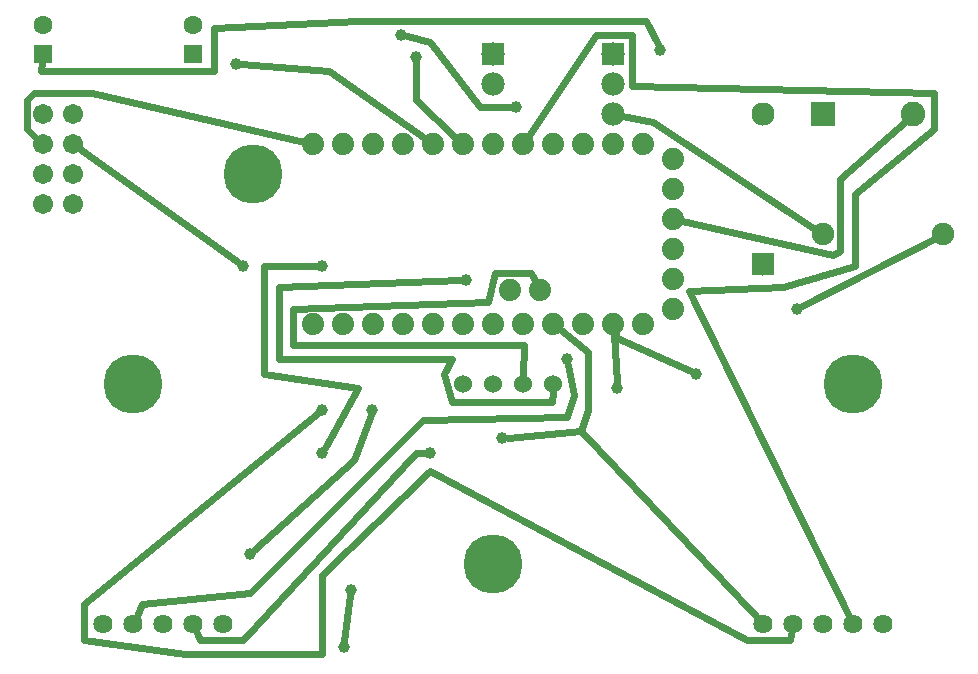
<source format=gbl>
G04 MADE WITH FRITZING*
G04 WWW.FRITZING.ORG*
G04 DOUBLE SIDED*
G04 HOLES PLATED*
G04 CONTOUR ON CENTER OF CONTOUR VECTOR*
%ASAXBY*%
%FSLAX23Y23*%
%MOIN*%
%OFA0B0*%
%SFA1.0B1.0*%
%ADD10C,0.196851*%
%ADD11C,0.067278*%
%ADD12C,0.074000*%
%ADD13C,0.077222*%
%ADD14C,0.064000*%
%ADD15C,0.078000*%
%ADD16C,0.060000*%
%ADD17C,0.062992*%
%ADD18C,0.075000*%
%ADD19C,0.082000*%
%ADD20C,0.039370*%
%ADD21R,0.077222X0.077222*%
%ADD22R,0.078000X0.078000*%
%ADD23R,0.062992X0.062992*%
%ADD24R,0.082000X0.082000*%
%ADD25C,0.024000*%
%LNCOPPER0*%
G90*
G70*
G54D10*
X1639Y339D03*
X839Y1639D03*
X2839Y939D03*
X439Y939D03*
G54D11*
X239Y1839D03*
X239Y1739D03*
X239Y1639D03*
X239Y1539D03*
X139Y1839D03*
X139Y1739D03*
X139Y1639D03*
X139Y1539D03*
G54D12*
X2239Y1189D03*
X2239Y1289D03*
X2239Y1389D03*
X2239Y1489D03*
X2239Y1589D03*
X2239Y1689D03*
X2139Y1139D03*
X2039Y1139D03*
X1939Y1139D03*
X1839Y1139D03*
X1739Y1139D03*
X1794Y1254D03*
X1694Y1254D03*
X1639Y1139D03*
X1539Y1139D03*
X1439Y1139D03*
X1339Y1139D03*
X1239Y1139D03*
X1139Y1139D03*
X1039Y1139D03*
X1039Y1739D03*
X1139Y1739D03*
X1239Y1739D03*
X1339Y1739D03*
X1439Y1739D03*
X1539Y1739D03*
X1639Y1739D03*
X1739Y1739D03*
X1839Y1739D03*
X1939Y1739D03*
X2039Y1739D03*
X2139Y1739D03*
G54D13*
X2539Y1839D03*
X2539Y1339D03*
X2539Y1839D03*
X2539Y1339D03*
G54D14*
X639Y139D03*
X539Y139D03*
X439Y139D03*
X339Y139D03*
X739Y139D03*
X2839Y139D03*
X2739Y139D03*
X2639Y139D03*
X2539Y139D03*
X2939Y139D03*
G54D15*
X1639Y2039D03*
X1639Y1939D03*
G54D16*
X1839Y939D03*
X1739Y939D03*
X1639Y939D03*
X1539Y939D03*
G54D15*
X2039Y2039D03*
X2039Y1939D03*
X2039Y1839D03*
G54D17*
X139Y2039D03*
X139Y2137D03*
G54D18*
X2739Y1439D03*
X3139Y1439D03*
G54D17*
X639Y2039D03*
X639Y2137D03*
G54D19*
X2739Y1839D03*
X3039Y1839D03*
G54D20*
X1548Y1287D03*
X1884Y1023D03*
X1668Y759D03*
X828Y375D03*
X1236Y855D03*
X1068Y711D03*
X1068Y1335D03*
X804Y1335D03*
X1428Y711D03*
X1380Y2031D03*
X1068Y855D03*
X1716Y1863D03*
X1332Y2103D03*
X2316Y975D03*
X1140Y63D03*
X1164Y255D03*
X2052Y927D03*
X2196Y2055D03*
X2652Y1191D03*
X780Y2007D03*
G54D21*
X2539Y1339D03*
X2539Y1339D03*
G54D22*
X1639Y2039D03*
X2039Y2039D03*
G54D23*
X139Y2039D03*
X639Y2039D03*
G54D24*
X2739Y1839D03*
G54D25*
X1009Y1746D02*
X300Y1911D01*
X300Y1911D02*
X108Y1911D01*
X108Y1911D02*
X84Y1887D01*
X84Y1887D02*
X84Y1791D01*
X84Y1791D02*
X119Y1758D01*
D02*
X2715Y1455D02*
X2172Y1815D01*
D02*
X2172Y1815D02*
X2069Y1834D01*
D02*
X1739Y964D02*
X1740Y1071D01*
D02*
X1740Y1071D02*
X972Y1071D01*
D02*
X972Y1071D02*
X972Y1191D01*
D02*
X972Y1191D02*
X1620Y1215D01*
D02*
X1620Y1215D02*
X1644Y1311D01*
D02*
X1644Y1311D02*
X1764Y1311D01*
D02*
X1764Y1311D02*
X1780Y1281D01*
D02*
X1838Y914D02*
X1836Y879D01*
D02*
X1836Y879D02*
X1500Y879D01*
D02*
X1500Y879D02*
X1476Y975D01*
D02*
X1476Y975D02*
X1500Y1023D01*
D02*
X1500Y1023D02*
X924Y1023D01*
D02*
X924Y1023D02*
X924Y1263D01*
D02*
X924Y1263D02*
X1529Y1286D01*
D02*
X1888Y1005D02*
X1908Y903D01*
D02*
X1908Y903D02*
X1884Y831D01*
D02*
X1884Y831D02*
X1404Y819D01*
D02*
X1404Y819D02*
X828Y243D01*
D02*
X828Y243D02*
X468Y207D01*
D02*
X468Y207D02*
X451Y167D01*
D02*
X1687Y761D02*
X1932Y783D01*
D02*
X1932Y783D02*
X1956Y855D01*
D02*
X1956Y855D02*
X1956Y1047D01*
D02*
X1956Y1047D02*
X1863Y1120D01*
D02*
X3015Y1818D02*
X2796Y1623D01*
D02*
X2796Y1623D02*
X2796Y1383D01*
D02*
X2796Y1383D02*
X2772Y1371D01*
D02*
X2772Y1371D02*
X2269Y1482D01*
D02*
X2518Y162D02*
X1932Y783D01*
D02*
X842Y388D02*
X1176Y687D01*
D02*
X1176Y687D02*
X1230Y837D01*
D02*
X1077Y728D02*
X1188Y927D01*
D02*
X1188Y927D02*
X876Y975D01*
D02*
X876Y975D02*
X876Y1335D01*
D02*
X876Y1335D02*
X1049Y1335D01*
D02*
X789Y1346D02*
X262Y1723D01*
D02*
X651Y110D02*
X660Y87D01*
D02*
X660Y87D02*
X804Y87D01*
D02*
X804Y87D02*
X1380Y711D01*
D02*
X1380Y711D02*
X1409Y711D01*
D02*
X1380Y2012D02*
X1380Y1887D01*
D02*
X1380Y1887D02*
X1516Y1760D01*
D02*
X2825Y167D02*
X2292Y1251D01*
D02*
X2292Y1251D02*
X2604Y1263D01*
D02*
X2604Y1263D02*
X2844Y1335D01*
D02*
X2844Y1335D02*
X2844Y1575D01*
D02*
X2844Y1575D02*
X3108Y1791D01*
D02*
X3108Y1791D02*
X3108Y1911D01*
D02*
X3108Y1911D02*
X2100Y1935D01*
D02*
X2100Y1935D02*
X2100Y2103D01*
D02*
X2100Y2103D02*
X1980Y2103D01*
D02*
X1980Y2103D02*
X1756Y1765D01*
D02*
X2632Y108D02*
X2628Y87D01*
D02*
X2628Y87D02*
X2484Y87D01*
D02*
X2484Y87D02*
X1428Y651D01*
D02*
X1428Y651D02*
X1068Y303D01*
D02*
X1068Y303D02*
X1068Y39D01*
D02*
X1068Y39D02*
X612Y39D01*
D02*
X612Y39D02*
X276Y87D01*
D02*
X276Y87D02*
X276Y207D01*
D02*
X276Y207D02*
X1053Y843D01*
D02*
X1697Y1863D02*
X1596Y1863D01*
D02*
X1596Y1863D02*
X1428Y2079D01*
D02*
X1428Y2079D02*
X1350Y2099D01*
D02*
X2299Y983D02*
X2052Y1095D01*
D02*
X2052Y1095D02*
X2048Y1109D01*
D02*
X1142Y82D02*
X1162Y236D01*
D02*
X2051Y946D02*
X2041Y1108D01*
D02*
X136Y2012D02*
X132Y1983D01*
X132Y1983D02*
X708Y1983D01*
D02*
X708Y1983D02*
X708Y2127D01*
D02*
X708Y2127D02*
X1188Y2151D01*
D02*
X1188Y2151D02*
X2148Y2151D01*
D02*
X2148Y2151D02*
X2188Y2072D01*
D02*
X2669Y1200D02*
X3113Y1426D01*
D02*
X1413Y1757D02*
X1092Y1983D01*
D02*
X1092Y1983D02*
X799Y2006D01*
G04 End of Copper0*
M02*
</source>
